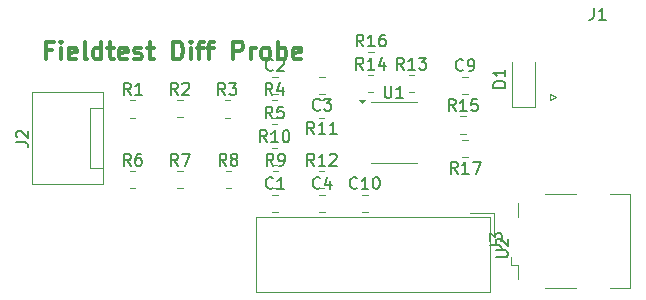
<source format=gbr>
%TF.GenerationSoftware,KiCad,Pcbnew,8.0.6*%
%TF.CreationDate,2025-02-18T13:58:57+01:00*%
%TF.ProjectId,DifferentialProbe,44696666-6572-4656-9e74-69616c50726f,rev?*%
%TF.SameCoordinates,Original*%
%TF.FileFunction,Legend,Top*%
%TF.FilePolarity,Positive*%
%FSLAX46Y46*%
G04 Gerber Fmt 4.6, Leading zero omitted, Abs format (unit mm)*
G04 Created by KiCad (PCBNEW 8.0.6) date 2025-02-18 13:58:57*
%MOMM*%
%LPD*%
G01*
G04 APERTURE LIST*
%ADD10C,0.300000*%
%ADD11C,0.150000*%
%ADD12C,0.120000*%
G04 APERTURE END LIST*
D10*
X94054510Y-83015114D02*
X93554510Y-83015114D01*
X93554510Y-83800828D02*
X93554510Y-82300828D01*
X93554510Y-82300828D02*
X94268796Y-82300828D01*
X94840224Y-83800828D02*
X94840224Y-82800828D01*
X94840224Y-82300828D02*
X94768796Y-82372257D01*
X94768796Y-82372257D02*
X94840224Y-82443685D01*
X94840224Y-82443685D02*
X94911653Y-82372257D01*
X94911653Y-82372257D02*
X94840224Y-82300828D01*
X94840224Y-82300828D02*
X94840224Y-82443685D01*
X96125939Y-83729400D02*
X95983082Y-83800828D01*
X95983082Y-83800828D02*
X95697368Y-83800828D01*
X95697368Y-83800828D02*
X95554510Y-83729400D01*
X95554510Y-83729400D02*
X95483082Y-83586542D01*
X95483082Y-83586542D02*
X95483082Y-83015114D01*
X95483082Y-83015114D02*
X95554510Y-82872257D01*
X95554510Y-82872257D02*
X95697368Y-82800828D01*
X95697368Y-82800828D02*
X95983082Y-82800828D01*
X95983082Y-82800828D02*
X96125939Y-82872257D01*
X96125939Y-82872257D02*
X96197368Y-83015114D01*
X96197368Y-83015114D02*
X96197368Y-83157971D01*
X96197368Y-83157971D02*
X95483082Y-83300828D01*
X97054510Y-83800828D02*
X96911653Y-83729400D01*
X96911653Y-83729400D02*
X96840224Y-83586542D01*
X96840224Y-83586542D02*
X96840224Y-82300828D01*
X98268796Y-83800828D02*
X98268796Y-82300828D01*
X98268796Y-83729400D02*
X98125938Y-83800828D01*
X98125938Y-83800828D02*
X97840224Y-83800828D01*
X97840224Y-83800828D02*
X97697367Y-83729400D01*
X97697367Y-83729400D02*
X97625938Y-83657971D01*
X97625938Y-83657971D02*
X97554510Y-83515114D01*
X97554510Y-83515114D02*
X97554510Y-83086542D01*
X97554510Y-83086542D02*
X97625938Y-82943685D01*
X97625938Y-82943685D02*
X97697367Y-82872257D01*
X97697367Y-82872257D02*
X97840224Y-82800828D01*
X97840224Y-82800828D02*
X98125938Y-82800828D01*
X98125938Y-82800828D02*
X98268796Y-82872257D01*
X98768796Y-82800828D02*
X99340224Y-82800828D01*
X98983081Y-82300828D02*
X98983081Y-83586542D01*
X98983081Y-83586542D02*
X99054510Y-83729400D01*
X99054510Y-83729400D02*
X99197367Y-83800828D01*
X99197367Y-83800828D02*
X99340224Y-83800828D01*
X100411653Y-83729400D02*
X100268796Y-83800828D01*
X100268796Y-83800828D02*
X99983082Y-83800828D01*
X99983082Y-83800828D02*
X99840224Y-83729400D01*
X99840224Y-83729400D02*
X99768796Y-83586542D01*
X99768796Y-83586542D02*
X99768796Y-83015114D01*
X99768796Y-83015114D02*
X99840224Y-82872257D01*
X99840224Y-82872257D02*
X99983082Y-82800828D01*
X99983082Y-82800828D02*
X100268796Y-82800828D01*
X100268796Y-82800828D02*
X100411653Y-82872257D01*
X100411653Y-82872257D02*
X100483082Y-83015114D01*
X100483082Y-83015114D02*
X100483082Y-83157971D01*
X100483082Y-83157971D02*
X99768796Y-83300828D01*
X101054510Y-83729400D02*
X101197367Y-83800828D01*
X101197367Y-83800828D02*
X101483081Y-83800828D01*
X101483081Y-83800828D02*
X101625938Y-83729400D01*
X101625938Y-83729400D02*
X101697367Y-83586542D01*
X101697367Y-83586542D02*
X101697367Y-83515114D01*
X101697367Y-83515114D02*
X101625938Y-83372257D01*
X101625938Y-83372257D02*
X101483081Y-83300828D01*
X101483081Y-83300828D02*
X101268796Y-83300828D01*
X101268796Y-83300828D02*
X101125938Y-83229400D01*
X101125938Y-83229400D02*
X101054510Y-83086542D01*
X101054510Y-83086542D02*
X101054510Y-83015114D01*
X101054510Y-83015114D02*
X101125938Y-82872257D01*
X101125938Y-82872257D02*
X101268796Y-82800828D01*
X101268796Y-82800828D02*
X101483081Y-82800828D01*
X101483081Y-82800828D02*
X101625938Y-82872257D01*
X102125939Y-82800828D02*
X102697367Y-82800828D01*
X102340224Y-82300828D02*
X102340224Y-83586542D01*
X102340224Y-83586542D02*
X102411653Y-83729400D01*
X102411653Y-83729400D02*
X102554510Y-83800828D01*
X102554510Y-83800828D02*
X102697367Y-83800828D01*
X104340224Y-83800828D02*
X104340224Y-82300828D01*
X104340224Y-82300828D02*
X104697367Y-82300828D01*
X104697367Y-82300828D02*
X104911653Y-82372257D01*
X104911653Y-82372257D02*
X105054510Y-82515114D01*
X105054510Y-82515114D02*
X105125939Y-82657971D01*
X105125939Y-82657971D02*
X105197367Y-82943685D01*
X105197367Y-82943685D02*
X105197367Y-83157971D01*
X105197367Y-83157971D02*
X105125939Y-83443685D01*
X105125939Y-83443685D02*
X105054510Y-83586542D01*
X105054510Y-83586542D02*
X104911653Y-83729400D01*
X104911653Y-83729400D02*
X104697367Y-83800828D01*
X104697367Y-83800828D02*
X104340224Y-83800828D01*
X105840224Y-83800828D02*
X105840224Y-82800828D01*
X105840224Y-82300828D02*
X105768796Y-82372257D01*
X105768796Y-82372257D02*
X105840224Y-82443685D01*
X105840224Y-82443685D02*
X105911653Y-82372257D01*
X105911653Y-82372257D02*
X105840224Y-82300828D01*
X105840224Y-82300828D02*
X105840224Y-82443685D01*
X106340225Y-82800828D02*
X106911653Y-82800828D01*
X106554510Y-83800828D02*
X106554510Y-82515114D01*
X106554510Y-82515114D02*
X106625939Y-82372257D01*
X106625939Y-82372257D02*
X106768796Y-82300828D01*
X106768796Y-82300828D02*
X106911653Y-82300828D01*
X107197368Y-82800828D02*
X107768796Y-82800828D01*
X107411653Y-83800828D02*
X107411653Y-82515114D01*
X107411653Y-82515114D02*
X107483082Y-82372257D01*
X107483082Y-82372257D02*
X107625939Y-82300828D01*
X107625939Y-82300828D02*
X107768796Y-82300828D01*
X109411653Y-83800828D02*
X109411653Y-82300828D01*
X109411653Y-82300828D02*
X109983082Y-82300828D01*
X109983082Y-82300828D02*
X110125939Y-82372257D01*
X110125939Y-82372257D02*
X110197368Y-82443685D01*
X110197368Y-82443685D02*
X110268796Y-82586542D01*
X110268796Y-82586542D02*
X110268796Y-82800828D01*
X110268796Y-82800828D02*
X110197368Y-82943685D01*
X110197368Y-82943685D02*
X110125939Y-83015114D01*
X110125939Y-83015114D02*
X109983082Y-83086542D01*
X109983082Y-83086542D02*
X109411653Y-83086542D01*
X110911653Y-83800828D02*
X110911653Y-82800828D01*
X110911653Y-83086542D02*
X110983082Y-82943685D01*
X110983082Y-82943685D02*
X111054511Y-82872257D01*
X111054511Y-82872257D02*
X111197368Y-82800828D01*
X111197368Y-82800828D02*
X111340225Y-82800828D01*
X112054510Y-83800828D02*
X111911653Y-83729400D01*
X111911653Y-83729400D02*
X111840224Y-83657971D01*
X111840224Y-83657971D02*
X111768796Y-83515114D01*
X111768796Y-83515114D02*
X111768796Y-83086542D01*
X111768796Y-83086542D02*
X111840224Y-82943685D01*
X111840224Y-82943685D02*
X111911653Y-82872257D01*
X111911653Y-82872257D02*
X112054510Y-82800828D01*
X112054510Y-82800828D02*
X112268796Y-82800828D01*
X112268796Y-82800828D02*
X112411653Y-82872257D01*
X112411653Y-82872257D02*
X112483082Y-82943685D01*
X112483082Y-82943685D02*
X112554510Y-83086542D01*
X112554510Y-83086542D02*
X112554510Y-83515114D01*
X112554510Y-83515114D02*
X112483082Y-83657971D01*
X112483082Y-83657971D02*
X112411653Y-83729400D01*
X112411653Y-83729400D02*
X112268796Y-83800828D01*
X112268796Y-83800828D02*
X112054510Y-83800828D01*
X113197367Y-83800828D02*
X113197367Y-82300828D01*
X113197367Y-82872257D02*
X113340225Y-82800828D01*
X113340225Y-82800828D02*
X113625939Y-82800828D01*
X113625939Y-82800828D02*
X113768796Y-82872257D01*
X113768796Y-82872257D02*
X113840225Y-82943685D01*
X113840225Y-82943685D02*
X113911653Y-83086542D01*
X113911653Y-83086542D02*
X113911653Y-83515114D01*
X113911653Y-83515114D02*
X113840225Y-83657971D01*
X113840225Y-83657971D02*
X113768796Y-83729400D01*
X113768796Y-83729400D02*
X113625939Y-83800828D01*
X113625939Y-83800828D02*
X113340225Y-83800828D01*
X113340225Y-83800828D02*
X113197367Y-83729400D01*
X115125939Y-83729400D02*
X114983082Y-83800828D01*
X114983082Y-83800828D02*
X114697368Y-83800828D01*
X114697368Y-83800828D02*
X114554510Y-83729400D01*
X114554510Y-83729400D02*
X114483082Y-83586542D01*
X114483082Y-83586542D02*
X114483082Y-83015114D01*
X114483082Y-83015114D02*
X114554510Y-82872257D01*
X114554510Y-82872257D02*
X114697368Y-82800828D01*
X114697368Y-82800828D02*
X114983082Y-82800828D01*
X114983082Y-82800828D02*
X115125939Y-82872257D01*
X115125939Y-82872257D02*
X115197368Y-83015114D01*
X115197368Y-83015114D02*
X115197368Y-83157971D01*
X115197368Y-83157971D02*
X114483082Y-83300828D01*
D11*
X123869642Y-84669819D02*
X123536309Y-84193628D01*
X123298214Y-84669819D02*
X123298214Y-83669819D01*
X123298214Y-83669819D02*
X123679166Y-83669819D01*
X123679166Y-83669819D02*
X123774404Y-83717438D01*
X123774404Y-83717438D02*
X123822023Y-83765057D01*
X123822023Y-83765057D02*
X123869642Y-83860295D01*
X123869642Y-83860295D02*
X123869642Y-84003152D01*
X123869642Y-84003152D02*
X123822023Y-84098390D01*
X123822023Y-84098390D02*
X123774404Y-84146009D01*
X123774404Y-84146009D02*
X123679166Y-84193628D01*
X123679166Y-84193628D02*
X123298214Y-84193628D01*
X124822023Y-84669819D02*
X124250595Y-84669819D01*
X124536309Y-84669819D02*
X124536309Y-83669819D01*
X124536309Y-83669819D02*
X124441071Y-83812676D01*
X124441071Y-83812676D02*
X124345833Y-83907914D01*
X124345833Y-83907914D02*
X124250595Y-83955533D01*
X125155357Y-83669819D02*
X125774404Y-83669819D01*
X125774404Y-83669819D02*
X125441071Y-84050771D01*
X125441071Y-84050771D02*
X125583928Y-84050771D01*
X125583928Y-84050771D02*
X125679166Y-84098390D01*
X125679166Y-84098390D02*
X125726785Y-84146009D01*
X125726785Y-84146009D02*
X125774404Y-84241247D01*
X125774404Y-84241247D02*
X125774404Y-84479342D01*
X125774404Y-84479342D02*
X125726785Y-84574580D01*
X125726785Y-84574580D02*
X125679166Y-84622200D01*
X125679166Y-84622200D02*
X125583928Y-84669819D01*
X125583928Y-84669819D02*
X125298214Y-84669819D01*
X125298214Y-84669819D02*
X125202976Y-84622200D01*
X125202976Y-84622200D02*
X125155357Y-84574580D01*
X139946666Y-79454819D02*
X139946666Y-80169104D01*
X139946666Y-80169104D02*
X139899047Y-80311961D01*
X139899047Y-80311961D02*
X139803809Y-80407200D01*
X139803809Y-80407200D02*
X139660952Y-80454819D01*
X139660952Y-80454819D02*
X139565714Y-80454819D01*
X140946666Y-80454819D02*
X140375238Y-80454819D01*
X140660952Y-80454819D02*
X140660952Y-79454819D01*
X140660952Y-79454819D02*
X140565714Y-79597676D01*
X140565714Y-79597676D02*
X140470476Y-79692914D01*
X140470476Y-79692914D02*
X140375238Y-79740533D01*
X131179819Y-99533333D02*
X131894104Y-99533333D01*
X131894104Y-99533333D02*
X132036961Y-99580952D01*
X132036961Y-99580952D02*
X132132200Y-99676190D01*
X132132200Y-99676190D02*
X132179819Y-99819047D01*
X132179819Y-99819047D02*
X132179819Y-99914285D01*
X131179819Y-99152380D02*
X131179819Y-98533333D01*
X131179819Y-98533333D02*
X131560771Y-98866666D01*
X131560771Y-98866666D02*
X131560771Y-98723809D01*
X131560771Y-98723809D02*
X131608390Y-98628571D01*
X131608390Y-98628571D02*
X131656009Y-98580952D01*
X131656009Y-98580952D02*
X131751247Y-98533333D01*
X131751247Y-98533333D02*
X131989342Y-98533333D01*
X131989342Y-98533333D02*
X132084580Y-98580952D01*
X132084580Y-98580952D02*
X132132200Y-98628571D01*
X132132200Y-98628571D02*
X132179819Y-98723809D01*
X132179819Y-98723809D02*
X132179819Y-99009523D01*
X132179819Y-99009523D02*
X132132200Y-99104761D01*
X132132200Y-99104761D02*
X132084580Y-99152380D01*
X128419642Y-93469819D02*
X128086309Y-92993628D01*
X127848214Y-93469819D02*
X127848214Y-92469819D01*
X127848214Y-92469819D02*
X128229166Y-92469819D01*
X128229166Y-92469819D02*
X128324404Y-92517438D01*
X128324404Y-92517438D02*
X128372023Y-92565057D01*
X128372023Y-92565057D02*
X128419642Y-92660295D01*
X128419642Y-92660295D02*
X128419642Y-92803152D01*
X128419642Y-92803152D02*
X128372023Y-92898390D01*
X128372023Y-92898390D02*
X128324404Y-92946009D01*
X128324404Y-92946009D02*
X128229166Y-92993628D01*
X128229166Y-92993628D02*
X127848214Y-92993628D01*
X129372023Y-93469819D02*
X128800595Y-93469819D01*
X129086309Y-93469819D02*
X129086309Y-92469819D01*
X129086309Y-92469819D02*
X128991071Y-92612676D01*
X128991071Y-92612676D02*
X128895833Y-92707914D01*
X128895833Y-92707914D02*
X128800595Y-92755533D01*
X129705357Y-92469819D02*
X130372023Y-92469819D01*
X130372023Y-92469819D02*
X129943452Y-93469819D01*
X122238095Y-86054819D02*
X122238095Y-86864342D01*
X122238095Y-86864342D02*
X122285714Y-86959580D01*
X122285714Y-86959580D02*
X122333333Y-87007200D01*
X122333333Y-87007200D02*
X122428571Y-87054819D01*
X122428571Y-87054819D02*
X122619047Y-87054819D01*
X122619047Y-87054819D02*
X122714285Y-87007200D01*
X122714285Y-87007200D02*
X122761904Y-86959580D01*
X122761904Y-86959580D02*
X122809523Y-86864342D01*
X122809523Y-86864342D02*
X122809523Y-86054819D01*
X123809523Y-87054819D02*
X123238095Y-87054819D01*
X123523809Y-87054819D02*
X123523809Y-86054819D01*
X123523809Y-86054819D02*
X123428571Y-86197676D01*
X123428571Y-86197676D02*
X123333333Y-86292914D01*
X123333333Y-86292914D02*
X123238095Y-86340533D01*
X100745833Y-92804819D02*
X100412500Y-92328628D01*
X100174405Y-92804819D02*
X100174405Y-91804819D01*
X100174405Y-91804819D02*
X100555357Y-91804819D01*
X100555357Y-91804819D02*
X100650595Y-91852438D01*
X100650595Y-91852438D02*
X100698214Y-91900057D01*
X100698214Y-91900057D02*
X100745833Y-91995295D01*
X100745833Y-91995295D02*
X100745833Y-92138152D01*
X100745833Y-92138152D02*
X100698214Y-92233390D01*
X100698214Y-92233390D02*
X100650595Y-92281009D01*
X100650595Y-92281009D02*
X100555357Y-92328628D01*
X100555357Y-92328628D02*
X100174405Y-92328628D01*
X101602976Y-91804819D02*
X101412500Y-91804819D01*
X101412500Y-91804819D02*
X101317262Y-91852438D01*
X101317262Y-91852438D02*
X101269643Y-91900057D01*
X101269643Y-91900057D02*
X101174405Y-92042914D01*
X101174405Y-92042914D02*
X101126786Y-92233390D01*
X101126786Y-92233390D02*
X101126786Y-92614342D01*
X101126786Y-92614342D02*
X101174405Y-92709580D01*
X101174405Y-92709580D02*
X101222024Y-92757200D01*
X101222024Y-92757200D02*
X101317262Y-92804819D01*
X101317262Y-92804819D02*
X101507738Y-92804819D01*
X101507738Y-92804819D02*
X101602976Y-92757200D01*
X101602976Y-92757200D02*
X101650595Y-92709580D01*
X101650595Y-92709580D02*
X101698214Y-92614342D01*
X101698214Y-92614342D02*
X101698214Y-92376247D01*
X101698214Y-92376247D02*
X101650595Y-92281009D01*
X101650595Y-92281009D02*
X101602976Y-92233390D01*
X101602976Y-92233390D02*
X101507738Y-92185771D01*
X101507738Y-92185771D02*
X101317262Y-92185771D01*
X101317262Y-92185771D02*
X101222024Y-92233390D01*
X101222024Y-92233390D02*
X101174405Y-92281009D01*
X101174405Y-92281009D02*
X101126786Y-92376247D01*
X112745833Y-86804819D02*
X112412500Y-86328628D01*
X112174405Y-86804819D02*
X112174405Y-85804819D01*
X112174405Y-85804819D02*
X112555357Y-85804819D01*
X112555357Y-85804819D02*
X112650595Y-85852438D01*
X112650595Y-85852438D02*
X112698214Y-85900057D01*
X112698214Y-85900057D02*
X112745833Y-85995295D01*
X112745833Y-85995295D02*
X112745833Y-86138152D01*
X112745833Y-86138152D02*
X112698214Y-86233390D01*
X112698214Y-86233390D02*
X112650595Y-86281009D01*
X112650595Y-86281009D02*
X112555357Y-86328628D01*
X112555357Y-86328628D02*
X112174405Y-86328628D01*
X113602976Y-86138152D02*
X113602976Y-86804819D01*
X113364881Y-85757200D02*
X113126786Y-86471485D01*
X113126786Y-86471485D02*
X113745833Y-86471485D01*
X112269642Y-90804819D02*
X111936309Y-90328628D01*
X111698214Y-90804819D02*
X111698214Y-89804819D01*
X111698214Y-89804819D02*
X112079166Y-89804819D01*
X112079166Y-89804819D02*
X112174404Y-89852438D01*
X112174404Y-89852438D02*
X112222023Y-89900057D01*
X112222023Y-89900057D02*
X112269642Y-89995295D01*
X112269642Y-89995295D02*
X112269642Y-90138152D01*
X112269642Y-90138152D02*
X112222023Y-90233390D01*
X112222023Y-90233390D02*
X112174404Y-90281009D01*
X112174404Y-90281009D02*
X112079166Y-90328628D01*
X112079166Y-90328628D02*
X111698214Y-90328628D01*
X113222023Y-90804819D02*
X112650595Y-90804819D01*
X112936309Y-90804819D02*
X112936309Y-89804819D01*
X112936309Y-89804819D02*
X112841071Y-89947676D01*
X112841071Y-89947676D02*
X112745833Y-90042914D01*
X112745833Y-90042914D02*
X112650595Y-90090533D01*
X113841071Y-89804819D02*
X113936309Y-89804819D01*
X113936309Y-89804819D02*
X114031547Y-89852438D01*
X114031547Y-89852438D02*
X114079166Y-89900057D01*
X114079166Y-89900057D02*
X114126785Y-89995295D01*
X114126785Y-89995295D02*
X114174404Y-90185771D01*
X114174404Y-90185771D02*
X114174404Y-90423866D01*
X114174404Y-90423866D02*
X114126785Y-90614342D01*
X114126785Y-90614342D02*
X114079166Y-90709580D01*
X114079166Y-90709580D02*
X114031547Y-90757200D01*
X114031547Y-90757200D02*
X113936309Y-90804819D01*
X113936309Y-90804819D02*
X113841071Y-90804819D01*
X113841071Y-90804819D02*
X113745833Y-90757200D01*
X113745833Y-90757200D02*
X113698214Y-90709580D01*
X113698214Y-90709580D02*
X113650595Y-90614342D01*
X113650595Y-90614342D02*
X113602976Y-90423866D01*
X113602976Y-90423866D02*
X113602976Y-90185771D01*
X113602976Y-90185771D02*
X113650595Y-89995295D01*
X113650595Y-89995295D02*
X113698214Y-89900057D01*
X113698214Y-89900057D02*
X113745833Y-89852438D01*
X113745833Y-89852438D02*
X113841071Y-89804819D01*
X108833333Y-92804819D02*
X108500000Y-92328628D01*
X108261905Y-92804819D02*
X108261905Y-91804819D01*
X108261905Y-91804819D02*
X108642857Y-91804819D01*
X108642857Y-91804819D02*
X108738095Y-91852438D01*
X108738095Y-91852438D02*
X108785714Y-91900057D01*
X108785714Y-91900057D02*
X108833333Y-91995295D01*
X108833333Y-91995295D02*
X108833333Y-92138152D01*
X108833333Y-92138152D02*
X108785714Y-92233390D01*
X108785714Y-92233390D02*
X108738095Y-92281009D01*
X108738095Y-92281009D02*
X108642857Y-92328628D01*
X108642857Y-92328628D02*
X108261905Y-92328628D01*
X109404762Y-92233390D02*
X109309524Y-92185771D01*
X109309524Y-92185771D02*
X109261905Y-92138152D01*
X109261905Y-92138152D02*
X109214286Y-92042914D01*
X109214286Y-92042914D02*
X109214286Y-91995295D01*
X109214286Y-91995295D02*
X109261905Y-91900057D01*
X109261905Y-91900057D02*
X109309524Y-91852438D01*
X109309524Y-91852438D02*
X109404762Y-91804819D01*
X109404762Y-91804819D02*
X109595238Y-91804819D01*
X109595238Y-91804819D02*
X109690476Y-91852438D01*
X109690476Y-91852438D02*
X109738095Y-91900057D01*
X109738095Y-91900057D02*
X109785714Y-91995295D01*
X109785714Y-91995295D02*
X109785714Y-92042914D01*
X109785714Y-92042914D02*
X109738095Y-92138152D01*
X109738095Y-92138152D02*
X109690476Y-92185771D01*
X109690476Y-92185771D02*
X109595238Y-92233390D01*
X109595238Y-92233390D02*
X109404762Y-92233390D01*
X109404762Y-92233390D02*
X109309524Y-92281009D01*
X109309524Y-92281009D02*
X109261905Y-92328628D01*
X109261905Y-92328628D02*
X109214286Y-92423866D01*
X109214286Y-92423866D02*
X109214286Y-92614342D01*
X109214286Y-92614342D02*
X109261905Y-92709580D01*
X109261905Y-92709580D02*
X109309524Y-92757200D01*
X109309524Y-92757200D02*
X109404762Y-92804819D01*
X109404762Y-92804819D02*
X109595238Y-92804819D01*
X109595238Y-92804819D02*
X109690476Y-92757200D01*
X109690476Y-92757200D02*
X109738095Y-92709580D01*
X109738095Y-92709580D02*
X109785714Y-92614342D01*
X109785714Y-92614342D02*
X109785714Y-92423866D01*
X109785714Y-92423866D02*
X109738095Y-92328628D01*
X109738095Y-92328628D02*
X109690476Y-92281009D01*
X109690476Y-92281009D02*
X109595238Y-92233390D01*
X116783333Y-94679580D02*
X116735714Y-94727200D01*
X116735714Y-94727200D02*
X116592857Y-94774819D01*
X116592857Y-94774819D02*
X116497619Y-94774819D01*
X116497619Y-94774819D02*
X116354762Y-94727200D01*
X116354762Y-94727200D02*
X116259524Y-94631961D01*
X116259524Y-94631961D02*
X116211905Y-94536723D01*
X116211905Y-94536723D02*
X116164286Y-94346247D01*
X116164286Y-94346247D02*
X116164286Y-94203390D01*
X116164286Y-94203390D02*
X116211905Y-94012914D01*
X116211905Y-94012914D02*
X116259524Y-93917676D01*
X116259524Y-93917676D02*
X116354762Y-93822438D01*
X116354762Y-93822438D02*
X116497619Y-93774819D01*
X116497619Y-93774819D02*
X116592857Y-93774819D01*
X116592857Y-93774819D02*
X116735714Y-93822438D01*
X116735714Y-93822438D02*
X116783333Y-93870057D01*
X117640476Y-94108152D02*
X117640476Y-94774819D01*
X117402381Y-93727200D02*
X117164286Y-94441485D01*
X117164286Y-94441485D02*
X117783333Y-94441485D01*
X112745833Y-88804819D02*
X112412500Y-88328628D01*
X112174405Y-88804819D02*
X112174405Y-87804819D01*
X112174405Y-87804819D02*
X112555357Y-87804819D01*
X112555357Y-87804819D02*
X112650595Y-87852438D01*
X112650595Y-87852438D02*
X112698214Y-87900057D01*
X112698214Y-87900057D02*
X112745833Y-87995295D01*
X112745833Y-87995295D02*
X112745833Y-88138152D01*
X112745833Y-88138152D02*
X112698214Y-88233390D01*
X112698214Y-88233390D02*
X112650595Y-88281009D01*
X112650595Y-88281009D02*
X112555357Y-88328628D01*
X112555357Y-88328628D02*
X112174405Y-88328628D01*
X113650595Y-87804819D02*
X113174405Y-87804819D01*
X113174405Y-87804819D02*
X113126786Y-88281009D01*
X113126786Y-88281009D02*
X113174405Y-88233390D01*
X113174405Y-88233390D02*
X113269643Y-88185771D01*
X113269643Y-88185771D02*
X113507738Y-88185771D01*
X113507738Y-88185771D02*
X113602976Y-88233390D01*
X113602976Y-88233390D02*
X113650595Y-88281009D01*
X113650595Y-88281009D02*
X113698214Y-88376247D01*
X113698214Y-88376247D02*
X113698214Y-88614342D01*
X113698214Y-88614342D02*
X113650595Y-88709580D01*
X113650595Y-88709580D02*
X113602976Y-88757200D01*
X113602976Y-88757200D02*
X113507738Y-88804819D01*
X113507738Y-88804819D02*
X113269643Y-88804819D01*
X113269643Y-88804819D02*
X113174405Y-88757200D01*
X113174405Y-88757200D02*
X113126786Y-88709580D01*
X128244642Y-88169819D02*
X127911309Y-87693628D01*
X127673214Y-88169819D02*
X127673214Y-87169819D01*
X127673214Y-87169819D02*
X128054166Y-87169819D01*
X128054166Y-87169819D02*
X128149404Y-87217438D01*
X128149404Y-87217438D02*
X128197023Y-87265057D01*
X128197023Y-87265057D02*
X128244642Y-87360295D01*
X128244642Y-87360295D02*
X128244642Y-87503152D01*
X128244642Y-87503152D02*
X128197023Y-87598390D01*
X128197023Y-87598390D02*
X128149404Y-87646009D01*
X128149404Y-87646009D02*
X128054166Y-87693628D01*
X128054166Y-87693628D02*
X127673214Y-87693628D01*
X129197023Y-88169819D02*
X128625595Y-88169819D01*
X128911309Y-88169819D02*
X128911309Y-87169819D01*
X128911309Y-87169819D02*
X128816071Y-87312676D01*
X128816071Y-87312676D02*
X128720833Y-87407914D01*
X128720833Y-87407914D02*
X128625595Y-87455533D01*
X130101785Y-87169819D02*
X129625595Y-87169819D01*
X129625595Y-87169819D02*
X129577976Y-87646009D01*
X129577976Y-87646009D02*
X129625595Y-87598390D01*
X129625595Y-87598390D02*
X129720833Y-87550771D01*
X129720833Y-87550771D02*
X129958928Y-87550771D01*
X129958928Y-87550771D02*
X130054166Y-87598390D01*
X130054166Y-87598390D02*
X130101785Y-87646009D01*
X130101785Y-87646009D02*
X130149404Y-87741247D01*
X130149404Y-87741247D02*
X130149404Y-87979342D01*
X130149404Y-87979342D02*
X130101785Y-88074580D01*
X130101785Y-88074580D02*
X130054166Y-88122200D01*
X130054166Y-88122200D02*
X129958928Y-88169819D01*
X129958928Y-88169819D02*
X129720833Y-88169819D01*
X129720833Y-88169819D02*
X129625595Y-88122200D01*
X129625595Y-88122200D02*
X129577976Y-88074580D01*
X104745833Y-92804819D02*
X104412500Y-92328628D01*
X104174405Y-92804819D02*
X104174405Y-91804819D01*
X104174405Y-91804819D02*
X104555357Y-91804819D01*
X104555357Y-91804819D02*
X104650595Y-91852438D01*
X104650595Y-91852438D02*
X104698214Y-91900057D01*
X104698214Y-91900057D02*
X104745833Y-91995295D01*
X104745833Y-91995295D02*
X104745833Y-92138152D01*
X104745833Y-92138152D02*
X104698214Y-92233390D01*
X104698214Y-92233390D02*
X104650595Y-92281009D01*
X104650595Y-92281009D02*
X104555357Y-92328628D01*
X104555357Y-92328628D02*
X104174405Y-92328628D01*
X105079167Y-91804819D02*
X105745833Y-91804819D01*
X105745833Y-91804819D02*
X105317262Y-92804819D01*
X132454819Y-86188094D02*
X131454819Y-86188094D01*
X131454819Y-86188094D02*
X131454819Y-85949999D01*
X131454819Y-85949999D02*
X131502438Y-85807142D01*
X131502438Y-85807142D02*
X131597676Y-85711904D01*
X131597676Y-85711904D02*
X131692914Y-85664285D01*
X131692914Y-85664285D02*
X131883390Y-85616666D01*
X131883390Y-85616666D02*
X132026247Y-85616666D01*
X132026247Y-85616666D02*
X132216723Y-85664285D01*
X132216723Y-85664285D02*
X132311961Y-85711904D01*
X132311961Y-85711904D02*
X132407200Y-85807142D01*
X132407200Y-85807142D02*
X132454819Y-85949999D01*
X132454819Y-85949999D02*
X132454819Y-86188094D01*
X132454819Y-84664285D02*
X132454819Y-85235713D01*
X132454819Y-84949999D02*
X131454819Y-84949999D01*
X131454819Y-84949999D02*
X131597676Y-85045237D01*
X131597676Y-85045237D02*
X131692914Y-85140475D01*
X131692914Y-85140475D02*
X131740533Y-85235713D01*
X116269642Y-90104819D02*
X115936309Y-89628628D01*
X115698214Y-90104819D02*
X115698214Y-89104819D01*
X115698214Y-89104819D02*
X116079166Y-89104819D01*
X116079166Y-89104819D02*
X116174404Y-89152438D01*
X116174404Y-89152438D02*
X116222023Y-89200057D01*
X116222023Y-89200057D02*
X116269642Y-89295295D01*
X116269642Y-89295295D02*
X116269642Y-89438152D01*
X116269642Y-89438152D02*
X116222023Y-89533390D01*
X116222023Y-89533390D02*
X116174404Y-89581009D01*
X116174404Y-89581009D02*
X116079166Y-89628628D01*
X116079166Y-89628628D02*
X115698214Y-89628628D01*
X117222023Y-90104819D02*
X116650595Y-90104819D01*
X116936309Y-90104819D02*
X116936309Y-89104819D01*
X116936309Y-89104819D02*
X116841071Y-89247676D01*
X116841071Y-89247676D02*
X116745833Y-89342914D01*
X116745833Y-89342914D02*
X116650595Y-89390533D01*
X118174404Y-90104819D02*
X117602976Y-90104819D01*
X117888690Y-90104819D02*
X117888690Y-89104819D01*
X117888690Y-89104819D02*
X117793452Y-89247676D01*
X117793452Y-89247676D02*
X117698214Y-89342914D01*
X117698214Y-89342914D02*
X117602976Y-89390533D01*
X120419642Y-84669819D02*
X120086309Y-84193628D01*
X119848214Y-84669819D02*
X119848214Y-83669819D01*
X119848214Y-83669819D02*
X120229166Y-83669819D01*
X120229166Y-83669819D02*
X120324404Y-83717438D01*
X120324404Y-83717438D02*
X120372023Y-83765057D01*
X120372023Y-83765057D02*
X120419642Y-83860295D01*
X120419642Y-83860295D02*
X120419642Y-84003152D01*
X120419642Y-84003152D02*
X120372023Y-84098390D01*
X120372023Y-84098390D02*
X120324404Y-84146009D01*
X120324404Y-84146009D02*
X120229166Y-84193628D01*
X120229166Y-84193628D02*
X119848214Y-84193628D01*
X121372023Y-84669819D02*
X120800595Y-84669819D01*
X121086309Y-84669819D02*
X121086309Y-83669819D01*
X121086309Y-83669819D02*
X120991071Y-83812676D01*
X120991071Y-83812676D02*
X120895833Y-83907914D01*
X120895833Y-83907914D02*
X120800595Y-83955533D01*
X122229166Y-84003152D02*
X122229166Y-84669819D01*
X121991071Y-83622200D02*
X121752976Y-84336485D01*
X121752976Y-84336485D02*
X122372023Y-84336485D01*
X112783333Y-94679580D02*
X112735714Y-94727200D01*
X112735714Y-94727200D02*
X112592857Y-94774819D01*
X112592857Y-94774819D02*
X112497619Y-94774819D01*
X112497619Y-94774819D02*
X112354762Y-94727200D01*
X112354762Y-94727200D02*
X112259524Y-94631961D01*
X112259524Y-94631961D02*
X112211905Y-94536723D01*
X112211905Y-94536723D02*
X112164286Y-94346247D01*
X112164286Y-94346247D02*
X112164286Y-94203390D01*
X112164286Y-94203390D02*
X112211905Y-94012914D01*
X112211905Y-94012914D02*
X112259524Y-93917676D01*
X112259524Y-93917676D02*
X112354762Y-93822438D01*
X112354762Y-93822438D02*
X112497619Y-93774819D01*
X112497619Y-93774819D02*
X112592857Y-93774819D01*
X112592857Y-93774819D02*
X112735714Y-93822438D01*
X112735714Y-93822438D02*
X112783333Y-93870057D01*
X113735714Y-94774819D02*
X113164286Y-94774819D01*
X113450000Y-94774819D02*
X113450000Y-93774819D01*
X113450000Y-93774819D02*
X113354762Y-93917676D01*
X113354762Y-93917676D02*
X113259524Y-94012914D01*
X113259524Y-94012914D02*
X113164286Y-94060533D01*
X119907142Y-94679580D02*
X119859523Y-94727200D01*
X119859523Y-94727200D02*
X119716666Y-94774819D01*
X119716666Y-94774819D02*
X119621428Y-94774819D01*
X119621428Y-94774819D02*
X119478571Y-94727200D01*
X119478571Y-94727200D02*
X119383333Y-94631961D01*
X119383333Y-94631961D02*
X119335714Y-94536723D01*
X119335714Y-94536723D02*
X119288095Y-94346247D01*
X119288095Y-94346247D02*
X119288095Y-94203390D01*
X119288095Y-94203390D02*
X119335714Y-94012914D01*
X119335714Y-94012914D02*
X119383333Y-93917676D01*
X119383333Y-93917676D02*
X119478571Y-93822438D01*
X119478571Y-93822438D02*
X119621428Y-93774819D01*
X119621428Y-93774819D02*
X119716666Y-93774819D01*
X119716666Y-93774819D02*
X119859523Y-93822438D01*
X119859523Y-93822438D02*
X119907142Y-93870057D01*
X120859523Y-94774819D02*
X120288095Y-94774819D01*
X120573809Y-94774819D02*
X120573809Y-93774819D01*
X120573809Y-93774819D02*
X120478571Y-93917676D01*
X120478571Y-93917676D02*
X120383333Y-94012914D01*
X120383333Y-94012914D02*
X120288095Y-94060533D01*
X121478571Y-93774819D02*
X121573809Y-93774819D01*
X121573809Y-93774819D02*
X121669047Y-93822438D01*
X121669047Y-93822438D02*
X121716666Y-93870057D01*
X121716666Y-93870057D02*
X121764285Y-93965295D01*
X121764285Y-93965295D02*
X121811904Y-94155771D01*
X121811904Y-94155771D02*
X121811904Y-94393866D01*
X121811904Y-94393866D02*
X121764285Y-94584342D01*
X121764285Y-94584342D02*
X121716666Y-94679580D01*
X121716666Y-94679580D02*
X121669047Y-94727200D01*
X121669047Y-94727200D02*
X121573809Y-94774819D01*
X121573809Y-94774819D02*
X121478571Y-94774819D01*
X121478571Y-94774819D02*
X121383333Y-94727200D01*
X121383333Y-94727200D02*
X121335714Y-94679580D01*
X121335714Y-94679580D02*
X121288095Y-94584342D01*
X121288095Y-94584342D02*
X121240476Y-94393866D01*
X121240476Y-94393866D02*
X121240476Y-94155771D01*
X121240476Y-94155771D02*
X121288095Y-93965295D01*
X121288095Y-93965295D02*
X121335714Y-93870057D01*
X121335714Y-93870057D02*
X121383333Y-93822438D01*
X121383333Y-93822438D02*
X121478571Y-93774819D01*
X128883333Y-84679580D02*
X128835714Y-84727200D01*
X128835714Y-84727200D02*
X128692857Y-84774819D01*
X128692857Y-84774819D02*
X128597619Y-84774819D01*
X128597619Y-84774819D02*
X128454762Y-84727200D01*
X128454762Y-84727200D02*
X128359524Y-84631961D01*
X128359524Y-84631961D02*
X128311905Y-84536723D01*
X128311905Y-84536723D02*
X128264286Y-84346247D01*
X128264286Y-84346247D02*
X128264286Y-84203390D01*
X128264286Y-84203390D02*
X128311905Y-84012914D01*
X128311905Y-84012914D02*
X128359524Y-83917676D01*
X128359524Y-83917676D02*
X128454762Y-83822438D01*
X128454762Y-83822438D02*
X128597619Y-83774819D01*
X128597619Y-83774819D02*
X128692857Y-83774819D01*
X128692857Y-83774819D02*
X128835714Y-83822438D01*
X128835714Y-83822438D02*
X128883333Y-83870057D01*
X129359524Y-84774819D02*
X129550000Y-84774819D01*
X129550000Y-84774819D02*
X129645238Y-84727200D01*
X129645238Y-84727200D02*
X129692857Y-84679580D01*
X129692857Y-84679580D02*
X129788095Y-84536723D01*
X129788095Y-84536723D02*
X129835714Y-84346247D01*
X129835714Y-84346247D02*
X129835714Y-83965295D01*
X129835714Y-83965295D02*
X129788095Y-83870057D01*
X129788095Y-83870057D02*
X129740476Y-83822438D01*
X129740476Y-83822438D02*
X129645238Y-83774819D01*
X129645238Y-83774819D02*
X129454762Y-83774819D01*
X129454762Y-83774819D02*
X129359524Y-83822438D01*
X129359524Y-83822438D02*
X129311905Y-83870057D01*
X129311905Y-83870057D02*
X129264286Y-83965295D01*
X129264286Y-83965295D02*
X129264286Y-84203390D01*
X129264286Y-84203390D02*
X129311905Y-84298628D01*
X129311905Y-84298628D02*
X129359524Y-84346247D01*
X129359524Y-84346247D02*
X129454762Y-84393866D01*
X129454762Y-84393866D02*
X129645238Y-84393866D01*
X129645238Y-84393866D02*
X129740476Y-84346247D01*
X129740476Y-84346247D02*
X129788095Y-84298628D01*
X129788095Y-84298628D02*
X129835714Y-84203390D01*
X104745833Y-86779819D02*
X104412500Y-86303628D01*
X104174405Y-86779819D02*
X104174405Y-85779819D01*
X104174405Y-85779819D02*
X104555357Y-85779819D01*
X104555357Y-85779819D02*
X104650595Y-85827438D01*
X104650595Y-85827438D02*
X104698214Y-85875057D01*
X104698214Y-85875057D02*
X104745833Y-85970295D01*
X104745833Y-85970295D02*
X104745833Y-86113152D01*
X104745833Y-86113152D02*
X104698214Y-86208390D01*
X104698214Y-86208390D02*
X104650595Y-86256009D01*
X104650595Y-86256009D02*
X104555357Y-86303628D01*
X104555357Y-86303628D02*
X104174405Y-86303628D01*
X105126786Y-85875057D02*
X105174405Y-85827438D01*
X105174405Y-85827438D02*
X105269643Y-85779819D01*
X105269643Y-85779819D02*
X105507738Y-85779819D01*
X105507738Y-85779819D02*
X105602976Y-85827438D01*
X105602976Y-85827438D02*
X105650595Y-85875057D01*
X105650595Y-85875057D02*
X105698214Y-85970295D01*
X105698214Y-85970295D02*
X105698214Y-86065533D01*
X105698214Y-86065533D02*
X105650595Y-86208390D01*
X105650595Y-86208390D02*
X105079167Y-86779819D01*
X105079167Y-86779819D02*
X105698214Y-86779819D01*
X112783333Y-84679580D02*
X112735714Y-84727200D01*
X112735714Y-84727200D02*
X112592857Y-84774819D01*
X112592857Y-84774819D02*
X112497619Y-84774819D01*
X112497619Y-84774819D02*
X112354762Y-84727200D01*
X112354762Y-84727200D02*
X112259524Y-84631961D01*
X112259524Y-84631961D02*
X112211905Y-84536723D01*
X112211905Y-84536723D02*
X112164286Y-84346247D01*
X112164286Y-84346247D02*
X112164286Y-84203390D01*
X112164286Y-84203390D02*
X112211905Y-84012914D01*
X112211905Y-84012914D02*
X112259524Y-83917676D01*
X112259524Y-83917676D02*
X112354762Y-83822438D01*
X112354762Y-83822438D02*
X112497619Y-83774819D01*
X112497619Y-83774819D02*
X112592857Y-83774819D01*
X112592857Y-83774819D02*
X112735714Y-83822438D01*
X112735714Y-83822438D02*
X112783333Y-83870057D01*
X113164286Y-83870057D02*
X113211905Y-83822438D01*
X113211905Y-83822438D02*
X113307143Y-83774819D01*
X113307143Y-83774819D02*
X113545238Y-83774819D01*
X113545238Y-83774819D02*
X113640476Y-83822438D01*
X113640476Y-83822438D02*
X113688095Y-83870057D01*
X113688095Y-83870057D02*
X113735714Y-83965295D01*
X113735714Y-83965295D02*
X113735714Y-84060533D01*
X113735714Y-84060533D02*
X113688095Y-84203390D01*
X113688095Y-84203390D02*
X113116667Y-84774819D01*
X113116667Y-84774819D02*
X113735714Y-84774819D01*
X116269642Y-92804819D02*
X115936309Y-92328628D01*
X115698214Y-92804819D02*
X115698214Y-91804819D01*
X115698214Y-91804819D02*
X116079166Y-91804819D01*
X116079166Y-91804819D02*
X116174404Y-91852438D01*
X116174404Y-91852438D02*
X116222023Y-91900057D01*
X116222023Y-91900057D02*
X116269642Y-91995295D01*
X116269642Y-91995295D02*
X116269642Y-92138152D01*
X116269642Y-92138152D02*
X116222023Y-92233390D01*
X116222023Y-92233390D02*
X116174404Y-92281009D01*
X116174404Y-92281009D02*
X116079166Y-92328628D01*
X116079166Y-92328628D02*
X115698214Y-92328628D01*
X117222023Y-92804819D02*
X116650595Y-92804819D01*
X116936309Y-92804819D02*
X116936309Y-91804819D01*
X116936309Y-91804819D02*
X116841071Y-91947676D01*
X116841071Y-91947676D02*
X116745833Y-92042914D01*
X116745833Y-92042914D02*
X116650595Y-92090533D01*
X117602976Y-91900057D02*
X117650595Y-91852438D01*
X117650595Y-91852438D02*
X117745833Y-91804819D01*
X117745833Y-91804819D02*
X117983928Y-91804819D01*
X117983928Y-91804819D02*
X118079166Y-91852438D01*
X118079166Y-91852438D02*
X118126785Y-91900057D01*
X118126785Y-91900057D02*
X118174404Y-91995295D01*
X118174404Y-91995295D02*
X118174404Y-92090533D01*
X118174404Y-92090533D02*
X118126785Y-92233390D01*
X118126785Y-92233390D02*
X117555357Y-92804819D01*
X117555357Y-92804819D02*
X118174404Y-92804819D01*
X108745833Y-86804819D02*
X108412500Y-86328628D01*
X108174405Y-86804819D02*
X108174405Y-85804819D01*
X108174405Y-85804819D02*
X108555357Y-85804819D01*
X108555357Y-85804819D02*
X108650595Y-85852438D01*
X108650595Y-85852438D02*
X108698214Y-85900057D01*
X108698214Y-85900057D02*
X108745833Y-85995295D01*
X108745833Y-85995295D02*
X108745833Y-86138152D01*
X108745833Y-86138152D02*
X108698214Y-86233390D01*
X108698214Y-86233390D02*
X108650595Y-86281009D01*
X108650595Y-86281009D02*
X108555357Y-86328628D01*
X108555357Y-86328628D02*
X108174405Y-86328628D01*
X109079167Y-85804819D02*
X109698214Y-85804819D01*
X109698214Y-85804819D02*
X109364881Y-86185771D01*
X109364881Y-86185771D02*
X109507738Y-86185771D01*
X109507738Y-86185771D02*
X109602976Y-86233390D01*
X109602976Y-86233390D02*
X109650595Y-86281009D01*
X109650595Y-86281009D02*
X109698214Y-86376247D01*
X109698214Y-86376247D02*
X109698214Y-86614342D01*
X109698214Y-86614342D02*
X109650595Y-86709580D01*
X109650595Y-86709580D02*
X109602976Y-86757200D01*
X109602976Y-86757200D02*
X109507738Y-86804819D01*
X109507738Y-86804819D02*
X109222024Y-86804819D01*
X109222024Y-86804819D02*
X109126786Y-86757200D01*
X109126786Y-86757200D02*
X109079167Y-86709580D01*
X91054819Y-90833333D02*
X91769104Y-90833333D01*
X91769104Y-90833333D02*
X91911961Y-90880952D01*
X91911961Y-90880952D02*
X92007200Y-90976190D01*
X92007200Y-90976190D02*
X92054819Y-91119047D01*
X92054819Y-91119047D02*
X92054819Y-91214285D01*
X91150057Y-90404761D02*
X91102438Y-90357142D01*
X91102438Y-90357142D02*
X91054819Y-90261904D01*
X91054819Y-90261904D02*
X91054819Y-90023809D01*
X91054819Y-90023809D02*
X91102438Y-89928571D01*
X91102438Y-89928571D02*
X91150057Y-89880952D01*
X91150057Y-89880952D02*
X91245295Y-89833333D01*
X91245295Y-89833333D02*
X91340533Y-89833333D01*
X91340533Y-89833333D02*
X91483390Y-89880952D01*
X91483390Y-89880952D02*
X92054819Y-90452380D01*
X92054819Y-90452380D02*
X92054819Y-89833333D01*
X112833333Y-92804819D02*
X112500000Y-92328628D01*
X112261905Y-92804819D02*
X112261905Y-91804819D01*
X112261905Y-91804819D02*
X112642857Y-91804819D01*
X112642857Y-91804819D02*
X112738095Y-91852438D01*
X112738095Y-91852438D02*
X112785714Y-91900057D01*
X112785714Y-91900057D02*
X112833333Y-91995295D01*
X112833333Y-91995295D02*
X112833333Y-92138152D01*
X112833333Y-92138152D02*
X112785714Y-92233390D01*
X112785714Y-92233390D02*
X112738095Y-92281009D01*
X112738095Y-92281009D02*
X112642857Y-92328628D01*
X112642857Y-92328628D02*
X112261905Y-92328628D01*
X113309524Y-92804819D02*
X113500000Y-92804819D01*
X113500000Y-92804819D02*
X113595238Y-92757200D01*
X113595238Y-92757200D02*
X113642857Y-92709580D01*
X113642857Y-92709580D02*
X113738095Y-92566723D01*
X113738095Y-92566723D02*
X113785714Y-92376247D01*
X113785714Y-92376247D02*
X113785714Y-91995295D01*
X113785714Y-91995295D02*
X113738095Y-91900057D01*
X113738095Y-91900057D02*
X113690476Y-91852438D01*
X113690476Y-91852438D02*
X113595238Y-91804819D01*
X113595238Y-91804819D02*
X113404762Y-91804819D01*
X113404762Y-91804819D02*
X113309524Y-91852438D01*
X113309524Y-91852438D02*
X113261905Y-91900057D01*
X113261905Y-91900057D02*
X113214286Y-91995295D01*
X113214286Y-91995295D02*
X113214286Y-92233390D01*
X113214286Y-92233390D02*
X113261905Y-92328628D01*
X113261905Y-92328628D02*
X113309524Y-92376247D01*
X113309524Y-92376247D02*
X113404762Y-92423866D01*
X113404762Y-92423866D02*
X113595238Y-92423866D01*
X113595238Y-92423866D02*
X113690476Y-92376247D01*
X113690476Y-92376247D02*
X113738095Y-92328628D01*
X113738095Y-92328628D02*
X113785714Y-92233390D01*
X120444642Y-82704819D02*
X120111309Y-82228628D01*
X119873214Y-82704819D02*
X119873214Y-81704819D01*
X119873214Y-81704819D02*
X120254166Y-81704819D01*
X120254166Y-81704819D02*
X120349404Y-81752438D01*
X120349404Y-81752438D02*
X120397023Y-81800057D01*
X120397023Y-81800057D02*
X120444642Y-81895295D01*
X120444642Y-81895295D02*
X120444642Y-82038152D01*
X120444642Y-82038152D02*
X120397023Y-82133390D01*
X120397023Y-82133390D02*
X120349404Y-82181009D01*
X120349404Y-82181009D02*
X120254166Y-82228628D01*
X120254166Y-82228628D02*
X119873214Y-82228628D01*
X121397023Y-82704819D02*
X120825595Y-82704819D01*
X121111309Y-82704819D02*
X121111309Y-81704819D01*
X121111309Y-81704819D02*
X121016071Y-81847676D01*
X121016071Y-81847676D02*
X120920833Y-81942914D01*
X120920833Y-81942914D02*
X120825595Y-81990533D01*
X122254166Y-81704819D02*
X122063690Y-81704819D01*
X122063690Y-81704819D02*
X121968452Y-81752438D01*
X121968452Y-81752438D02*
X121920833Y-81800057D01*
X121920833Y-81800057D02*
X121825595Y-81942914D01*
X121825595Y-81942914D02*
X121777976Y-82133390D01*
X121777976Y-82133390D02*
X121777976Y-82514342D01*
X121777976Y-82514342D02*
X121825595Y-82609580D01*
X121825595Y-82609580D02*
X121873214Y-82657200D01*
X121873214Y-82657200D02*
X121968452Y-82704819D01*
X121968452Y-82704819D02*
X122158928Y-82704819D01*
X122158928Y-82704819D02*
X122254166Y-82657200D01*
X122254166Y-82657200D02*
X122301785Y-82609580D01*
X122301785Y-82609580D02*
X122349404Y-82514342D01*
X122349404Y-82514342D02*
X122349404Y-82276247D01*
X122349404Y-82276247D02*
X122301785Y-82181009D01*
X122301785Y-82181009D02*
X122254166Y-82133390D01*
X122254166Y-82133390D02*
X122158928Y-82085771D01*
X122158928Y-82085771D02*
X121968452Y-82085771D01*
X121968452Y-82085771D02*
X121873214Y-82133390D01*
X121873214Y-82133390D02*
X121825595Y-82181009D01*
X121825595Y-82181009D02*
X121777976Y-82276247D01*
X116783333Y-88039580D02*
X116735714Y-88087200D01*
X116735714Y-88087200D02*
X116592857Y-88134819D01*
X116592857Y-88134819D02*
X116497619Y-88134819D01*
X116497619Y-88134819D02*
X116354762Y-88087200D01*
X116354762Y-88087200D02*
X116259524Y-87991961D01*
X116259524Y-87991961D02*
X116211905Y-87896723D01*
X116211905Y-87896723D02*
X116164286Y-87706247D01*
X116164286Y-87706247D02*
X116164286Y-87563390D01*
X116164286Y-87563390D02*
X116211905Y-87372914D01*
X116211905Y-87372914D02*
X116259524Y-87277676D01*
X116259524Y-87277676D02*
X116354762Y-87182438D01*
X116354762Y-87182438D02*
X116497619Y-87134819D01*
X116497619Y-87134819D02*
X116592857Y-87134819D01*
X116592857Y-87134819D02*
X116735714Y-87182438D01*
X116735714Y-87182438D02*
X116783333Y-87230057D01*
X117116667Y-87134819D02*
X117735714Y-87134819D01*
X117735714Y-87134819D02*
X117402381Y-87515771D01*
X117402381Y-87515771D02*
X117545238Y-87515771D01*
X117545238Y-87515771D02*
X117640476Y-87563390D01*
X117640476Y-87563390D02*
X117688095Y-87611009D01*
X117688095Y-87611009D02*
X117735714Y-87706247D01*
X117735714Y-87706247D02*
X117735714Y-87944342D01*
X117735714Y-87944342D02*
X117688095Y-88039580D01*
X117688095Y-88039580D02*
X117640476Y-88087200D01*
X117640476Y-88087200D02*
X117545238Y-88134819D01*
X117545238Y-88134819D02*
X117259524Y-88134819D01*
X117259524Y-88134819D02*
X117164286Y-88087200D01*
X117164286Y-88087200D02*
X117116667Y-88039580D01*
X100745833Y-86804819D02*
X100412500Y-86328628D01*
X100174405Y-86804819D02*
X100174405Y-85804819D01*
X100174405Y-85804819D02*
X100555357Y-85804819D01*
X100555357Y-85804819D02*
X100650595Y-85852438D01*
X100650595Y-85852438D02*
X100698214Y-85900057D01*
X100698214Y-85900057D02*
X100745833Y-85995295D01*
X100745833Y-85995295D02*
X100745833Y-86138152D01*
X100745833Y-86138152D02*
X100698214Y-86233390D01*
X100698214Y-86233390D02*
X100650595Y-86281009D01*
X100650595Y-86281009D02*
X100555357Y-86328628D01*
X100555357Y-86328628D02*
X100174405Y-86328628D01*
X101698214Y-86804819D02*
X101126786Y-86804819D01*
X101412500Y-86804819D02*
X101412500Y-85804819D01*
X101412500Y-85804819D02*
X101317262Y-85947676D01*
X101317262Y-85947676D02*
X101222024Y-86042914D01*
X101222024Y-86042914D02*
X101126786Y-86090533D01*
X131662319Y-100551904D02*
X132471842Y-100551904D01*
X132471842Y-100551904D02*
X132567080Y-100504285D01*
X132567080Y-100504285D02*
X132614700Y-100456666D01*
X132614700Y-100456666D02*
X132662319Y-100361428D01*
X132662319Y-100361428D02*
X132662319Y-100170952D01*
X132662319Y-100170952D02*
X132614700Y-100075714D01*
X132614700Y-100075714D02*
X132567080Y-100028095D01*
X132567080Y-100028095D02*
X132471842Y-99980476D01*
X132471842Y-99980476D02*
X131662319Y-99980476D01*
X131757557Y-99551904D02*
X131709938Y-99504285D01*
X131709938Y-99504285D02*
X131662319Y-99409047D01*
X131662319Y-99409047D02*
X131662319Y-99170952D01*
X131662319Y-99170952D02*
X131709938Y-99075714D01*
X131709938Y-99075714D02*
X131757557Y-99028095D01*
X131757557Y-99028095D02*
X131852795Y-98980476D01*
X131852795Y-98980476D02*
X131948033Y-98980476D01*
X131948033Y-98980476D02*
X132090890Y-99028095D01*
X132090890Y-99028095D02*
X132662319Y-99599523D01*
X132662319Y-99599523D02*
X132662319Y-98980476D01*
D12*
%TO.C,R13*%
X124285436Y-85130000D02*
X124739564Y-85130000D01*
X124285436Y-86600000D02*
X124739564Y-86600000D01*
%TO.C,J1*%
X136280000Y-86750000D02*
X136780000Y-87000000D01*
X136280000Y-87250000D02*
X136280000Y-86750000D01*
X136780000Y-87000000D02*
X136280000Y-87250000D01*
%TO.C,J3*%
X132925000Y-101250000D02*
X132925000Y-100550000D01*
X133515000Y-97150000D02*
X133515000Y-96000000D01*
X133515000Y-101250000D02*
X132925000Y-101250000D01*
X133515000Y-102400000D02*
X133515000Y-101250000D01*
X135825000Y-95240000D02*
X138425000Y-95240000D01*
X138425000Y-103160000D02*
X135825000Y-103160000D01*
X141325000Y-103160000D02*
X142985000Y-103160000D01*
X142985000Y-95240000D02*
X141325000Y-95240000D01*
X142985000Y-103160000D02*
X142985000Y-95240000D01*
%TO.C,R17*%
X129289564Y-90630000D02*
X128835436Y-90630000D01*
X129289564Y-92100000D02*
X128835436Y-92100000D01*
%TO.C,U1*%
X123000000Y-87440000D02*
X121050000Y-87440000D01*
X123000000Y-87440000D02*
X124950000Y-87440000D01*
X123000000Y-92560000D02*
X121050000Y-92560000D01*
X123000000Y-92560000D02*
X124950000Y-92560000D01*
X120300000Y-87535000D02*
X120060000Y-87205000D01*
X120540000Y-87205000D01*
X120300000Y-87535000D01*
G36*
X120300000Y-87535000D02*
G01*
X120060000Y-87205000D01*
X120540000Y-87205000D01*
X120300000Y-87535000D01*
G37*
%TO.C,R6*%
X100685436Y-93265000D02*
X101139564Y-93265000D01*
X100685436Y-94735000D02*
X101139564Y-94735000D01*
%TO.C,R4*%
X112685436Y-87265000D02*
X113139564Y-87265000D01*
X112685436Y-88735000D02*
X113139564Y-88735000D01*
%TO.C,R10*%
X112685436Y-91265000D02*
X113139564Y-91265000D01*
X112685436Y-92735000D02*
X113139564Y-92735000D01*
%TO.C,R8*%
X108772936Y-93265000D02*
X109227064Y-93265000D01*
X108772936Y-94735000D02*
X109227064Y-94735000D01*
%TO.C,C4*%
X116688748Y-95265000D02*
X117211252Y-95265000D01*
X116688748Y-96735000D02*
X117211252Y-96735000D01*
%TO.C,R5*%
X112685436Y-89265000D02*
X113139564Y-89265000D01*
X112685436Y-90735000D02*
X113139564Y-90735000D01*
%TO.C,R15*%
X128660436Y-88630000D02*
X129114564Y-88630000D01*
X128660436Y-90100000D02*
X129114564Y-90100000D01*
%TO.C,R7*%
X104685436Y-93265000D02*
X105139564Y-93265000D01*
X104685436Y-94735000D02*
X105139564Y-94735000D01*
%TO.C,D1*%
X132990000Y-87810000D02*
X132990000Y-84050000D01*
X132990000Y-87810000D02*
X135010000Y-87810000D01*
X135010000Y-87810000D02*
X135010000Y-84050000D01*
%TO.C,R11*%
X117139564Y-87265000D02*
X116685436Y-87265000D01*
X117139564Y-88735000D02*
X116685436Y-88735000D01*
%TO.C,R14*%
X120835436Y-85130000D02*
X121289564Y-85130000D01*
X120835436Y-86600000D02*
X121289564Y-86600000D01*
%TO.C,C1*%
X112688748Y-95265000D02*
X113211252Y-95265000D01*
X112688748Y-96735000D02*
X113211252Y-96735000D01*
%TO.C,C10*%
X120288748Y-95265000D02*
X120811252Y-95265000D01*
X120288748Y-96735000D02*
X120811252Y-96735000D01*
%TO.C,C9*%
X128788748Y-85265000D02*
X129311252Y-85265000D01*
X128788748Y-86735000D02*
X129311252Y-86735000D01*
%TO.C,R2*%
X104685436Y-87240000D02*
X105139564Y-87240000D01*
X104685436Y-88710000D02*
X105139564Y-88710000D01*
%TO.C,C2*%
X112688748Y-85265000D02*
X113211252Y-85265000D01*
X112688748Y-86735000D02*
X113211252Y-86735000D01*
%TO.C,R12*%
X116685436Y-93265000D02*
X117139564Y-93265000D01*
X116685436Y-94735000D02*
X117139564Y-94735000D01*
%TO.C,R3*%
X108685436Y-87265000D02*
X109139564Y-87265000D01*
X108685436Y-88735000D02*
X109139564Y-88735000D01*
%TO.C,J2*%
X92350000Y-86550000D02*
X98400000Y-86550000D01*
X92350000Y-94350000D02*
X92350000Y-86550000D01*
X97290000Y-87920000D02*
X98300000Y-87920000D01*
X97290000Y-93000000D02*
X97290000Y-87920000D01*
X98300000Y-93000000D02*
X97290000Y-93000000D01*
X98400000Y-86550000D02*
X98400000Y-94350000D01*
X98400000Y-94350000D02*
X92350000Y-94350000D01*
%TO.C,R9*%
X112772936Y-93265000D02*
X113227064Y-93265000D01*
X112772936Y-94735000D02*
X113227064Y-94735000D01*
%TO.C,R16*%
X120860436Y-83165000D02*
X121314564Y-83165000D01*
X120860436Y-84635000D02*
X121314564Y-84635000D01*
%TO.C,C3*%
X117211252Y-85265000D02*
X116688748Y-85265000D01*
X117211252Y-86735000D02*
X116688748Y-86735000D01*
%TO.C,R1*%
X100685436Y-87265000D02*
X101139564Y-87265000D01*
X100685436Y-88735000D02*
X101139564Y-88735000D01*
%TO.C,U2*%
X111387500Y-97170000D02*
X111387500Y-103510000D01*
X129474167Y-96790000D02*
X131507500Y-96790000D01*
X131127500Y-97170000D02*
X111387500Y-97170000D01*
X131127500Y-97170000D02*
X131127500Y-103510000D01*
X131127500Y-103510000D02*
X111387500Y-103510000D01*
X131507500Y-96790000D02*
X131507500Y-98823333D01*
%TD*%
M02*

</source>
